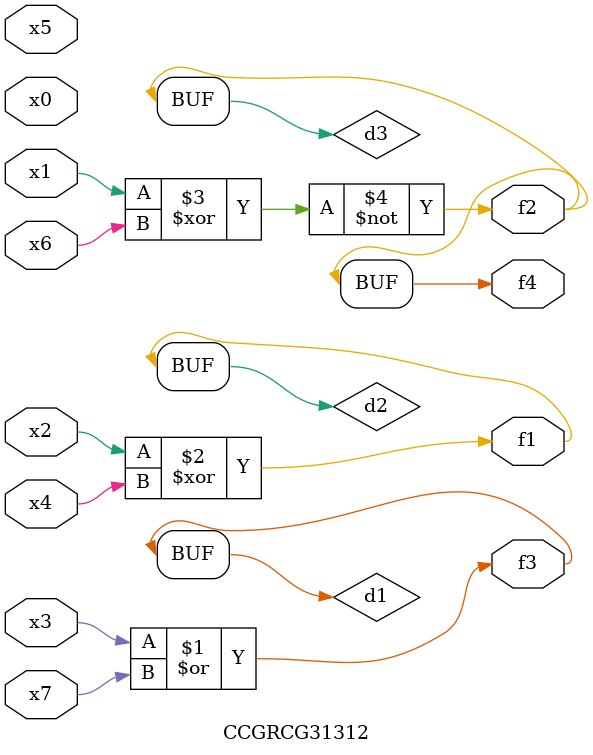
<source format=v>
module CCGRCG31312(
	input x0, x1, x2, x3, x4, x5, x6, x7,
	output f1, f2, f3, f4
);

	wire d1, d2, d3;

	or (d1, x3, x7);
	xor (d2, x2, x4);
	xnor (d3, x1, x6);
	assign f1 = d2;
	assign f2 = d3;
	assign f3 = d1;
	assign f4 = d3;
endmodule

</source>
